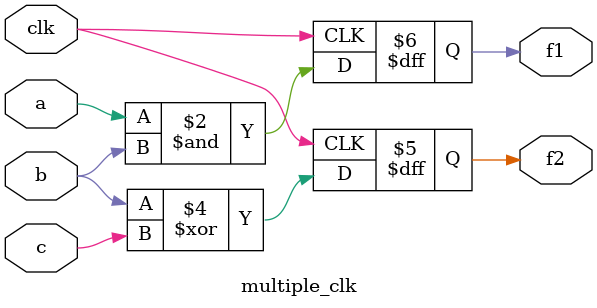
<source format=v>
module multiple_clk(clk, a, b, c, f1, f2);

    input clk, a, b, c;
    output reg f1, f2;

    always @(posedge clk)
        f1 <= a & b;

    always @(negedge clk)
        f2 <= b ^ c;

endmodule


</source>
